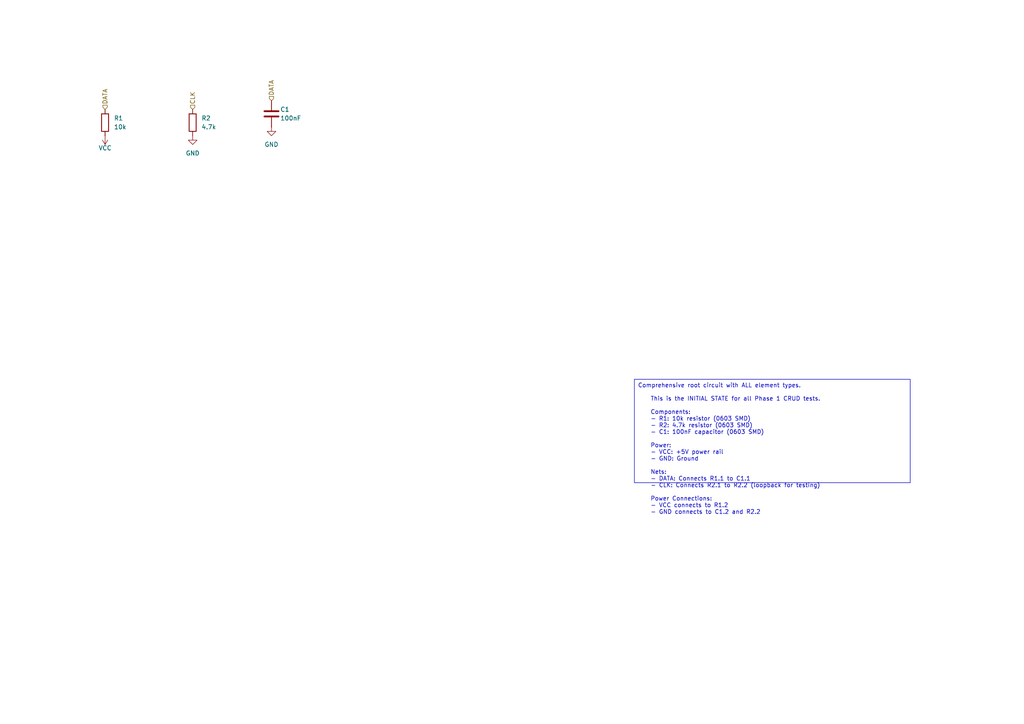
<source format=kicad_sch>
(kicad_sch (version 20250114) (generator "circuit_synth") (generator_version "0.8.36")
  (paper "A4")
  (title_block (title "comprehensive_root"))
  (lib_symbols
    (symbol "Device:R" (pin_numbers (hide yes)) (pin_names (offset 0))
      (property "Reference" "R" (at 2.032 0 90))
      (property "Value" "R" (at 0 0 90))
      (symbol "R_0_1"
        (rectangle (start -1.016 -2.54) (end 1.016 2.54) (stroke (width 0.254)))
      )
      (symbol "R_1_1"
        (pin passive line (at 0 3.81 270) (length 1.27) (name "~") (number "1"))
        (pin passive line (at 0 -3.81 90) (length 1.27) (name "~") (number "2"))
      )
    )
    (symbol "Device:C" (pin_numbers (hide yes)) (pin_names (offset 0.254))
      (property "Reference" "C" (at 0.635 2.54 0))
      (property "Value" "C" (at 0.635 -2.54 0))
      (symbol "C_0_1"
        (polyline (pts (xy -2.032 0.762) (xy 2.032 0.762)) (stroke (width 0.508)))
        (polyline (pts (xy -2.032 -0.762) (xy 2.032 -0.762)) (stroke (width 0.508)))
      )
      (symbol "C_1_1"
        (pin passive line (at 0 3.81 270) (length 2.794) (name "~") (number "1"))
        (pin passive line (at 0 -3.81 90) (length 2.794) (name "~") (number "2"))
      )
    )
    (symbol "power:VCC" (power) (pin_numbers (hide yes)) (pin_names (offset 0) (hide yes))
      (property "Value" "VCC" (at 0 3.556 0))
      (symbol "VCC_0_1"
        (polyline (pts (xy -0.762 1.27) (xy 0 2.54)))
        (polyline (pts (xy 0 2.54) (xy 0.762 1.27)))
        (polyline (pts (xy 0 0) (xy 0 2.54)))
      )
      (symbol "VCC_1_1"
        (pin power_in line (at 0 0 90) (length 0) (name "~") (number "1"))
      )
    )
    (symbol "power:GND" (power) (pin_numbers (hide yes)) (pin_names (offset 0) (hide yes))
      (property "Value" "GND" (at 0 -3.81 0))
      (symbol "GND_0_1"
        (polyline (pts (xy 0 0) (xy 0 -1.27) (xy 1.27 -1.27) (xy 0 -2.54) (xy -1.27 -1.27) (xy 0 -1.27)))
      )
      (symbol "GND_1_1"
        (pin power_in line (at 0 0 270) (length 0) (name "~") (number "1"))
      )
    )
  )
  (symbol (lib_id "Device:R") (at 30.48 35.56 0) (unit 1)
    (property "Reference" "R1" (at 33.02 34.2899 0) (effects (justify left)))
    (property "Value" "10k" (at 33.02 36.8299 0) (effects (justify left)))
    (property "Footprint" "Resistor_SMD:R_0603_1608Metric" (effects (hide yes)))
    (property "hierarchy_path" "/55726314-f3ec-4bac-879d-212b1398e0df" (effects (hide yes)))
    (property "project_name" "comprehensive_root" (effects (hide yes)))
    (property "root_uuid" "55726314-f3ec-4bac-879d-212b1398e0df" (effects (hide yes)))
  )
  (symbol (lib_id "Device:R") (at 55.88 35.56 0) (unit 1)
    (property "Reference" "R2" (at 58.42 34.2899 0) (effects (justify left)))
    (property "Value" "4.7k" (at 58.42 36.8299 0) (effects (justify left)))
    (property "Footprint" "Resistor_SMD:R_0603_1608Metric" (effects (hide yes)))
    (property "hierarchy_path" "/55726314-f3ec-4bac-879d-212b1398e0df" (effects (hide yes)))
    (property "project_name" "comprehensive_root" (effects (hide yes)))
    (property "root_uuid" "55726314-f3ec-4bac-879d-212b1398e0df" (effects (hide yes)))
  )
  (symbol (lib_id "Device:C") (at 78.74 33.02 0) (unit 1)
    (property "Reference" "C1" (at 81.28 31.7499 0) (effects (justify left)))
    (property "Value" "100nF" (at 81.28 34.2899 0) (effects (justify left)))
    (property "Footprint" "Capacitor_SMD:C_0603_1608Metric" (effects (hide yes)))
    (property "hierarchy_path" "/55726314-f3ec-4bac-879d-212b1398e0df" (effects (hide yes)))
    (property "project_name" "comprehensive_root" (effects (hide yes)))
    (property "root_uuid" "55726314-f3ec-4bac-879d-212b1398e0df" (effects (hide yes)))
  )
  (symbol (lib_id "power:VCC") (at 30.48 39.37 180) (unit 1)
    (property "Reference" "#PWR001" (effects (hide yes)))
    (property "Value" "VCC" (at 30.48 42.926 0))
  )
  (symbol (lib_id "power:GND") (at 55.88 39.37 0) (unit 1)
    (property "Reference" "#PWR002" (effects (hide yes)))
    (property "Value" "GND" (at 55.88 44.45 0))
  )
  (symbol (lib_id "power:GND") (at 78.74 36.83 0) (unit 1)
    (property "Reference" "#PWR003" (effects (hide yes)))
    (property "Value" "GND" (at 78.74 41.91 0))
  )
  (hierarchical_label "DATA" (shape input) (at 30.48 31.75 90))
  (hierarchical_label "DATA" (shape input) (at 78.74 29.21 90))
  (hierarchical_label "CLK" (shape input) (at 55.88 31.75 90))
  (text_box "Comprehensive root circuit with ALL element types.\n\n    This is the INITIAL STATE for all Phase 1 CRUD tests.\n\n    Components:\n    - R1: 10k resistor (0603 SMD)\n    - R2: 4.7k resistor (0603 SMD)\n    - C1: 100nF capacitor (0603 SMD)\n\n    Power:\n    - VCC: +5V power rail\n    - GND: Ground\n\n    Nets:\n    - DATA: Connects R1.1 to C1.1\n    - CLK: Connects R2.1 to R2.2 (loopback for testing)\n\n    Power Connections:\n    - VCC connects to R1.2\n    - GND connects to C1.2 and R2.2" (at 184 110 0) (size 80 30) (margins 1 1 1 1) (effects (font (size 1.2 1.2)) (justify left top)))
)
</source>
